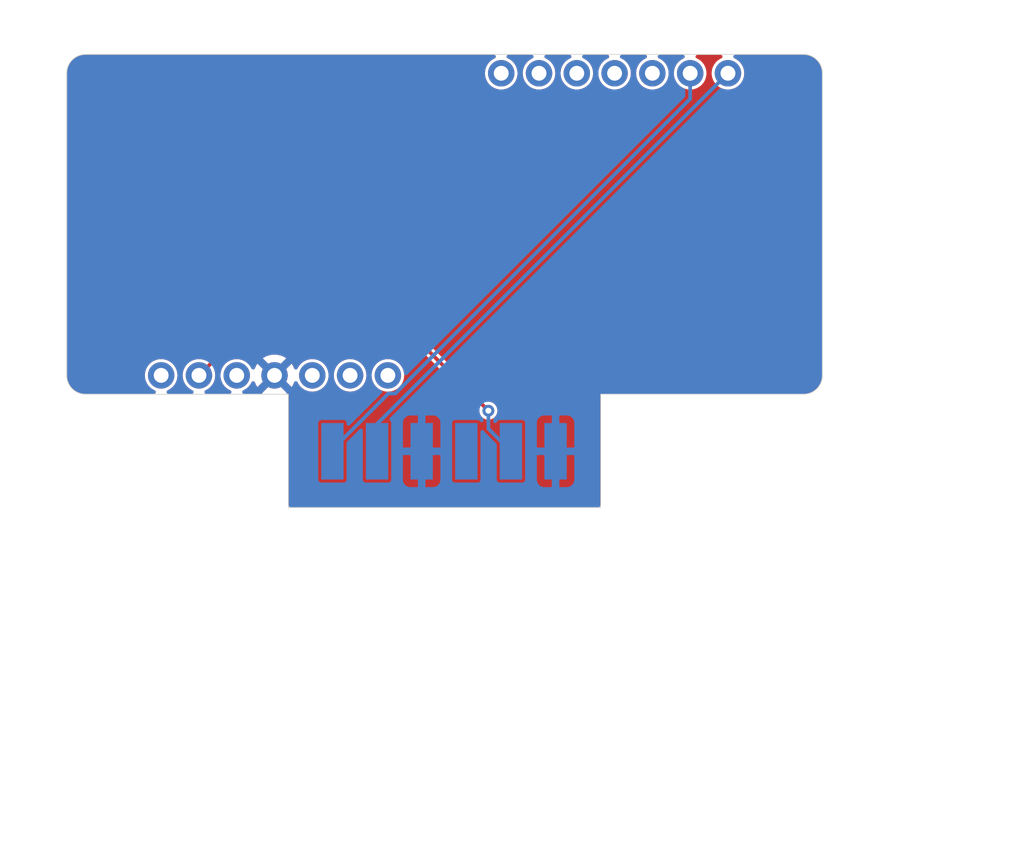
<source format=kicad_pcb>
(kicad_pcb (version 20211014) (generator pcbnew)
  (layers (0 "F.Cu" signal) (1 "In1.Cu" signal) (2 "In2.Cu" signal) (3 "In3.Cu" signal) (4 "In4.Cu" signal) (5 "In5.Cu" signal) (6 "In6.Cu" signal) (7 "In7.Cu" signal) (8 "In8.Cu" signal) (9 "In9.Cu" signal) (10 "In10.Cu" signal) (11 "In11.Cu" signal) (12 "In12.Cu" signal) (13 "In13.Cu" signal) (14 "In14.Cu" signal) (31 "B.Cu" signal) (34 "B.Paste" user) (35 "F.Paste" user) (36 "B.SilkS" user "B.Silkscreen") (37 "F.SilkS" user "F.Silkscreen") (38 "B.Mask" user) (39 "F.Mask" user) (44 "Edge.Cuts" user))
  (net 0 "")
  (net 1 "VDD")
  (net 2 "GND")
  (net 14 "/SCL")
  (net 15 "/SDA")
  (footprint "Adafruit NeoPixel 8 Stick:1X4-SMT" (layer "B.Cu") (at 147.963 119.634 180)
    (fp_text reference "JP2" hide)
    (fp_text value "HEADER-1X6")
    (pad "1" smd rect (at -8 -0.635 180) (size 1.5 3.8) (layers "B.Cu" "B.Paste" "B.Mask") (net 2 "GND"))
    (pad "2" smd rect (at -5 -0.635 180) (size 1.5 3.8) (layers "B.Cu" "B.Paste" "B.Mask") (net 1 "VDD"))
    (pad "3" smd rect (at -2 -0.635 180) (size 1.5 3.8) (layers "B.Cu" "B.Paste" "B.Mask"))
    (pad "4" smd rect (at 1 -0.635 180) (size 1.5 3.8) (layers "B.Cu" "B.Paste" "B.Mask") (net 2 "GND"))
    (pad "5" smd rect (at 4 -0.635 180) (size 1.5 3.8) (layers "B.Cu" "B.Paste" "B.Mask") (net 15 "/SDA"))
    (pad "6" smd rect (at 7 -0.635 180) (size 1.5 3.8) (layers "B.Cu" "B.Paste" "B.Mask") (net 14 "/SCL"))
  )
  (footprint "AlphaNumeric Featherwing rev A:1X07_ROUND_70" (layer "B.Cu") (at 159.9311 94.8436)
    (fp_text reference "JP4" hide)
    (fp_text value "HEADER-1X770MIL")
    (pad "1" thru_hole circle (at -7.62 0 270) (size 1.778 1.778) (drill 1) (layers *.Cu *.Mask))
    (pad "2" thru_hole circle (at -5.08 0 270) (size 1.778 1.778) (drill 1) (layers *.Cu *.Mask))
    (pad "3" thru_hole circle (at -2.54 0 270) (size 1.778 1.778) (drill 1) (layers *.Cu *.Mask))
    (pad "4" thru_hole circle (at 0 0 270) (size 1.778 1.778) (drill 1) (layers *.Cu *.Mask))
    (pad "5" thru_hole circle (at 2.54 0 270) (size 1.778 1.778) (drill 1) (layers *.Cu *.Mask))
    (pad "6" thru_hole circle (at 5.08 0 270) (size 1.778 1.778) (drill 1) (layers *.Cu *.Mask) (net 14 "/SCL"))
    (pad "7" thru_hole circle (at 7.62 0 270) (size 1.778 1.778) (drill 1) (layers *.Cu *.Mask) (net 15 "/SDA"))
  )
  (footprint "AlphaNumeric Featherwing rev A:1X07_ROUND_70" (layer "B.Cu") (at 137.0711 115.1636 180)
    (fp_text reference "JP1" hide)
    (fp_text value "HEADER-1X770MIL")
    (pad "1" thru_hole circle (at -7.62 0 90) (size 1.778 1.778) (drill 1) (layers *.Cu *.Mask))
    (pad "2" thru_hole circle (at -5.08 0 90) (size 1.778 1.778) (drill 1) (layers *.Cu *.Mask))
    (pad "3" thru_hole circle (at -2.54 0 90) (size 1.778 1.778) (drill 1) (layers *.Cu *.Mask))
    (pad "4" thru_hole circle (at 0 0 90) (size 1.778 1.778) (drill 1) (layers *.Cu *.Mask) (net 2 "GND"))
    (pad "5" thru_hole circle (at 2.54 0 90) (size 1.778 1.778) (drill 1) (layers *.Cu *.Mask))
    (pad "6" thru_hole circle (at 5.08 0 90) (size 1.778 1.778) (drill 1) (layers *.Cu *.Mask) (net 1 "VDD"))
    (pad "7" thru_hole circle (at 7.62 0 90) (size 1.778 1.778) (drill 1) (layers *.Cu *.Mask))
  )
  (gr_line (start 124.3711 116.4336) (end 138 116.4336) (layer "Edge.Cuts") (width 0.05))
  (gr_line (start 159 116.4336) (end 172.6311 116.4336) (layer "Edge.Cuts") (width 0.05))
  (gr_line (start 159 124.0536) (end 159 116.4336) (layer "Edge.Cuts") (width 0.05))
  (gr_arc (start 124.3711 116.4336) (mid 123.473074 116.061626) (end 123.1011 115.1636) (layer "Edge.Cuts") (width 0.05))
  (gr_line (start 138 116.4336) (end 138 124.0536) (layer "Edge.Cuts") (width 0.05))
  (gr_arc (start 172.6311 93.5736) (mid 173.529126 93.945574) (end 173.9011 94.8436) (layer "Edge.Cuts") (width 0.05))
  (gr_line (start 173.9011 115.1636) (end 173.9011 94.8436) (layer "Edge.Cuts") (width 0.05))
  (gr_line (start 172.6311 93.5736) (end 124.3711 93.5736) (layer "Edge.Cuts") (width 0.05))
  (gr_arc (start 173.9011 115.1636) (mid 173.529126 116.061626) (end 172.6311 116.4336) (layer "Edge.Cuts") (width 0.05))
  (gr_arc (start 123.1011 94.8436) (mid 123.473074 93.945574) (end 124.3711 93.5736) (layer "Edge.Cuts") (width 0.05))
  (gr_line (start 138 124.0536) (end 159 124.0536) (layer "Edge.Cuts") (width 0.05))
  (gr_line (start 123.1011 94.8436) (end 123.1011 115.1636) (layer "Edge.Cuts") (width 0.05))
  (gr_text "\n" (at 172.5041 104.8766 -90) (layer "B.SilkS") (effects (font (size 0.89408 0.89408) (thickness 0.12192)) (justify left bottom mirror)))
  (segment (start 146.431 112.522) (end 134.6327 112.522) (width 0.25) (layer "F.Cu") (net 1))
  (segment (start 134.6327 112.522) (end 131.9911 115.1636) (width 0.25) (layer "F.Cu") (net 1))
  (segment (start 151.4475 117.5385) (end 146.431 112.522) (width 0.25) (layer "F.Cu") (net 1))
  (via (at 151.4475 117.5385) (size 0.8) (drill 0.4) (layers "F.Cu" "B.Cu") (net 1))
  (segment (start 152.963 120.269) (end 151.4475 118.7535) (width 0.25) (layer "B.Cu") (net 1))
  (segment (start 151.4475 118.7535) (end 151.4475 117.5385) (width 0.25) (layer "B.Cu") (net 1))
  (segment (start 144.7312 116.3808) (end 145.195281 116.3808) (width 0.25) (layer "B.Cu") (net 14))
  (segment (start 140.963 120.149) (end 144.7312 116.3808) (width 0.25) (layer "B.Cu") (net 14))
  (segment (start 165.0111 96.564981) (end 165.0111 94.8436) (width 0.25) (layer "B.Cu") (net 14))
  (segment (start 140.963 120.269) (end 140.963 120.149) (width 0.25) (layer "B.Cu") (net 14))
  (segment (start 145.195281 116.3808) (end 165.0111 96.564981) (width 0.25) (layer "B.Cu") (net 14))
  (segment (start 143.963 120.269) (end 143.963 118.4317) (width 0.25) (layer "B.Cu") (net 15))
  (segment (start 143.963 118.4317) (end 167.5511 94.8436) (width 0.25) (layer "B.Cu") (net 15))
  (zone (net 2) (net_name "GND") (layers F&B.Cu) (connect_pads (clearance 0.000001)) (min_thickness 0.254) (fill yes (thermal_gap 0.508) (thermal_bridge_width 0.508))
    (polygon (pts (xy 187.452 148.082) (xy 118.618 147.955) (xy 118.618 89.916) (xy 187.325 89.916)))
  )
)
</source>
